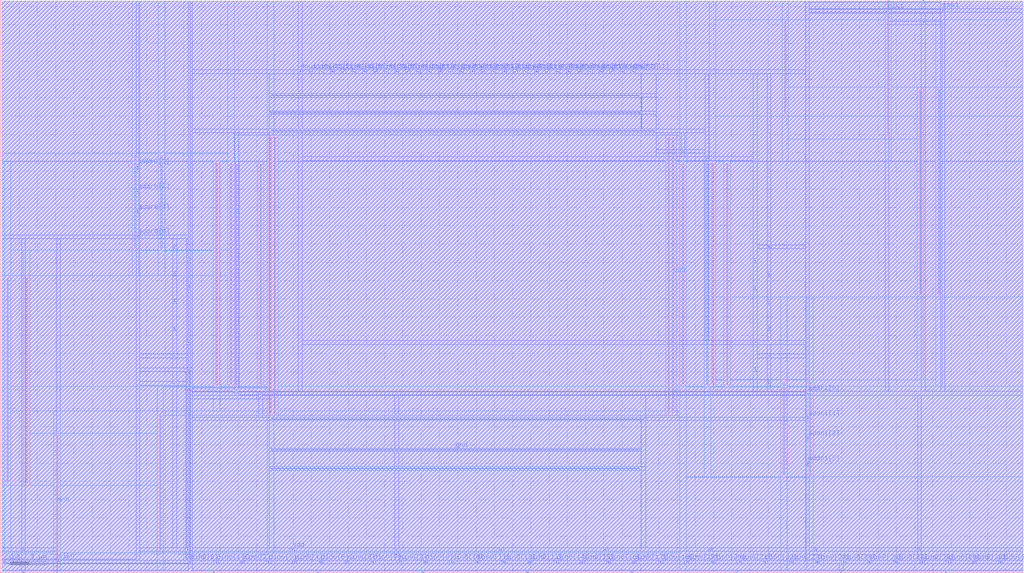
<source format=lef>
VERSION 5.4 ;
NAMESCASESENSITIVE ON ;
BUSBITCHARS "[]" ;
DIVIDERCHAR "/" ;
UNITS
  DATABASE MICRONS 2000 ;
END UNITS
MACRO freepdk45_sram_1w1r_16x32_32
   CLASS BLOCK ;
   SIZE 111.97 BY 62.75 ;
   SYMMETRY X Y R90 ;
   PIN din0[0]
      DIRECTION INPUT ;
      PORT
         LAYER metal3 ;
         RECT  20.665 1.1075 20.8 1.2425 ;
      END
   END din0[0]
   PIN din0[1]
      DIRECTION INPUT ;
      PORT
         LAYER metal3 ;
         RECT  23.525 1.1075 23.66 1.2425 ;
      END
   END din0[1]
   PIN din0[2]
      DIRECTION INPUT ;
      PORT
         LAYER metal3 ;
         RECT  26.385 1.1075 26.52 1.2425 ;
      END
   END din0[2]
   PIN din0[3]
      DIRECTION INPUT ;
      PORT
         LAYER metal3 ;
         RECT  29.245 1.1075 29.38 1.2425 ;
      END
   END din0[3]
   PIN din0[4]
      DIRECTION INPUT ;
      PORT
         LAYER metal3 ;
         RECT  32.105 1.1075 32.24 1.2425 ;
      END
   END din0[4]
   PIN din0[5]
      DIRECTION INPUT ;
      PORT
         LAYER metal3 ;
         RECT  34.965 1.1075 35.1 1.2425 ;
      END
   END din0[5]
   PIN din0[6]
      DIRECTION INPUT ;
      PORT
         LAYER metal3 ;
         RECT  37.825 1.1075 37.96 1.2425 ;
      END
   END din0[6]
   PIN din0[7]
      DIRECTION INPUT ;
      PORT
         LAYER metal3 ;
         RECT  40.685 1.1075 40.82 1.2425 ;
      END
   END din0[7]
   PIN din0[8]
      DIRECTION INPUT ;
      PORT
         LAYER metal3 ;
         RECT  43.545 1.1075 43.68 1.2425 ;
      END
   END din0[8]
   PIN din0[9]
      DIRECTION INPUT ;
      PORT
         LAYER metal3 ;
         RECT  46.405 1.1075 46.54 1.2425 ;
      END
   END din0[9]
   PIN din0[10]
      DIRECTION INPUT ;
      PORT
         LAYER metal3 ;
         RECT  49.265 1.1075 49.4 1.2425 ;
      END
   END din0[10]
   PIN din0[11]
      DIRECTION INPUT ;
      PORT
         LAYER metal3 ;
         RECT  52.125 1.1075 52.26 1.2425 ;
      END
   END din0[11]
   PIN din0[12]
      DIRECTION INPUT ;
      PORT
         LAYER metal3 ;
         RECT  54.985 1.1075 55.12 1.2425 ;
      END
   END din0[12]
   PIN din0[13]
      DIRECTION INPUT ;
      PORT
         LAYER metal3 ;
         RECT  57.845 1.1075 57.98 1.2425 ;
      END
   END din0[13]
   PIN din0[14]
      DIRECTION INPUT ;
      PORT
         LAYER metal3 ;
         RECT  60.705 1.1075 60.84 1.2425 ;
      END
   END din0[14]
   PIN din0[15]
      DIRECTION INPUT ;
      PORT
         LAYER metal3 ;
         RECT  63.565 1.1075 63.7 1.2425 ;
      END
   END din0[15]
   PIN din0[16]
      DIRECTION INPUT ;
      PORT
         LAYER metal3 ;
         RECT  66.425 1.1075 66.56 1.2425 ;
      END
   END din0[16]
   PIN din0[17]
      DIRECTION INPUT ;
      PORT
         LAYER metal3 ;
         RECT  69.285 1.1075 69.42 1.2425 ;
      END
   END din0[17]
   PIN din0[18]
      DIRECTION INPUT ;
      PORT
         LAYER metal3 ;
         RECT  72.145 1.1075 72.28 1.2425 ;
      END
   END din0[18]
   PIN din0[19]
      DIRECTION INPUT ;
      PORT
         LAYER metal3 ;
         RECT  75.005 1.1075 75.14 1.2425 ;
      END
   END din0[19]
   PIN din0[20]
      DIRECTION INPUT ;
      PORT
         LAYER metal3 ;
         RECT  77.865 1.1075 78.0 1.2425 ;
      END
   END din0[20]
   PIN din0[21]
      DIRECTION INPUT ;
      PORT
         LAYER metal3 ;
         RECT  80.725 1.1075 80.86 1.2425 ;
      END
   END din0[21]
   PIN din0[22]
      DIRECTION INPUT ;
      PORT
         LAYER metal3 ;
         RECT  83.585 1.1075 83.72 1.2425 ;
      END
   END din0[22]
   PIN din0[23]
      DIRECTION INPUT ;
      PORT
         LAYER metal3 ;
         RECT  86.445 1.1075 86.58 1.2425 ;
      END
   END din0[23]
   PIN din0[24]
      DIRECTION INPUT ;
      PORT
         LAYER metal3 ;
         RECT  89.305 1.1075 89.44 1.2425 ;
      END
   END din0[24]
   PIN din0[25]
      DIRECTION INPUT ;
      PORT
         LAYER metal3 ;
         RECT  92.165 1.1075 92.3 1.2425 ;
      END
   END din0[25]
   PIN din0[26]
      DIRECTION INPUT ;
      PORT
         LAYER metal3 ;
         RECT  95.025 1.1075 95.16 1.2425 ;
      END
   END din0[26]
   PIN din0[27]
      DIRECTION INPUT ;
      PORT
         LAYER metal3 ;
         RECT  97.885 1.1075 98.02 1.2425 ;
      END
   END din0[27]
   PIN din0[28]
      DIRECTION INPUT ;
      PORT
         LAYER metal3 ;
         RECT  100.745 1.1075 100.88 1.2425 ;
      END
   END din0[28]
   PIN din0[29]
      DIRECTION INPUT ;
      PORT
         LAYER metal3 ;
         RECT  103.605 1.1075 103.74 1.2425 ;
      END
   END din0[29]
   PIN din0[30]
      DIRECTION INPUT ;
      PORT
         LAYER metal3 ;
         RECT  106.465 1.1075 106.6 1.2425 ;
      END
   END din0[30]
   PIN din0[31]
      DIRECTION INPUT ;
      PORT
         LAYER metal3 ;
         RECT  109.325 1.1075 109.46 1.2425 ;
      END
   END din0[31]
   PIN addr0[0]
      DIRECTION INPUT ;
      PORT
         LAYER metal3 ;
         RECT  14.945 36.7275 15.08 36.8625 ;
      END
   END addr0[0]
   PIN addr0[1]
      DIRECTION INPUT ;
      PORT
         LAYER metal3 ;
         RECT  14.945 39.4575 15.08 39.5925 ;
      END
   END addr0[1]
   PIN addr0[2]
      DIRECTION INPUT ;
      PORT
         LAYER metal3 ;
         RECT  14.945 41.6675 15.08 41.8025 ;
      END
   END addr0[2]
   PIN addr0[3]
      DIRECTION INPUT ;
      PORT
         LAYER metal3 ;
         RECT  14.945 44.3975 15.08 44.5325 ;
      END
   END addr0[3]
   PIN addr1[0]
      DIRECTION INPUT ;
      PORT
         LAYER metal3 ;
         RECT  88.205 19.5675 88.34 19.7025 ;
      END
   END addr1[0]
   PIN addr1[1]
      DIRECTION INPUT ;
      PORT
         LAYER metal3 ;
         RECT  88.205 16.8375 88.34 16.9725 ;
      END
   END addr1[1]
   PIN addr1[2]
      DIRECTION INPUT ;
      PORT
         LAYER metal3 ;
         RECT  88.205 14.6275 88.34 14.7625 ;
      END
   END addr1[2]
   PIN addr1[3]
      DIRECTION INPUT ;
      PORT
         LAYER metal3 ;
         RECT  88.205 11.8975 88.34 12.0325 ;
      END
   END addr1[3]
   PIN csb0
      DIRECTION INPUT ;
      PORT
         LAYER metal3 ;
         RECT  0.285 1.1075 0.42 1.2425 ;
      END
   END csb0
   PIN csb1
      DIRECTION INPUT ;
      PORT
         LAYER metal3 ;
         RECT  103.005 61.5075 103.14 61.6425 ;
      END
   END csb1
   PIN clk0
      DIRECTION INPUT ;
      PORT
         LAYER metal3 ;
         RECT  6.2475 1.1925 6.3825 1.3275 ;
      END
   END clk0
   PIN clk1
      DIRECTION INPUT ;
      PORT
         LAYER metal3 ;
         RECT  96.9025 61.4225 97.0375 61.5575 ;
      END
   END clk1
   PIN dout1[0]
      DIRECTION OUTPUT ;
      PORT
         LAYER metal3 ;
         RECT  32.7125 54.8 32.8475 54.935 ;
      END
   END dout1[0]
   PIN dout1[1]
      DIRECTION OUTPUT ;
      PORT
         LAYER metal3 ;
         RECT  33.8875 54.8 34.0225 54.935 ;
      END
   END dout1[1]
   PIN dout1[2]
      DIRECTION OUTPUT ;
      PORT
         LAYER metal3 ;
         RECT  35.0625 54.8 35.1975 54.935 ;
      END
   END dout1[2]
   PIN dout1[3]
      DIRECTION OUTPUT ;
      PORT
         LAYER metal3 ;
         RECT  36.2375 54.8 36.3725 54.935 ;
      END
   END dout1[3]
   PIN dout1[4]
      DIRECTION OUTPUT ;
      PORT
         LAYER metal3 ;
         RECT  37.4125 54.8 37.5475 54.935 ;
      END
   END dout1[4]
   PIN dout1[5]
      DIRECTION OUTPUT ;
      PORT
         LAYER metal3 ;
         RECT  38.5875 54.8 38.7225 54.935 ;
      END
   END dout1[5]
   PIN dout1[6]
      DIRECTION OUTPUT ;
      PORT
         LAYER metal3 ;
         RECT  39.7625 54.8 39.8975 54.935 ;
      END
   END dout1[6]
   PIN dout1[7]
      DIRECTION OUTPUT ;
      PORT
         LAYER metal3 ;
         RECT  40.9375 54.8 41.0725 54.935 ;
      END
   END dout1[7]
   PIN dout1[8]
      DIRECTION OUTPUT ;
      PORT
         LAYER metal3 ;
         RECT  42.1125 54.8 42.2475 54.935 ;
      END
   END dout1[8]
   PIN dout1[9]
      DIRECTION OUTPUT ;
      PORT
         LAYER metal3 ;
         RECT  43.2875 54.8 43.4225 54.935 ;
      END
   END dout1[9]
   PIN dout1[10]
      DIRECTION OUTPUT ;
      PORT
         LAYER metal3 ;
         RECT  44.4625 54.8 44.5975 54.935 ;
      END
   END dout1[10]
   PIN dout1[11]
      DIRECTION OUTPUT ;
      PORT
         LAYER metal3 ;
         RECT  45.6375 54.8 45.7725 54.935 ;
      END
   END dout1[11]
   PIN dout1[12]
      DIRECTION OUTPUT ;
      PORT
         LAYER metal3 ;
         RECT  46.8125 54.8 46.9475 54.935 ;
      END
   END dout1[12]
   PIN dout1[13]
      DIRECTION OUTPUT ;
      PORT
         LAYER metal3 ;
         RECT  47.9875 54.8 48.1225 54.935 ;
      END
   END dout1[13]
   PIN dout1[14]
      DIRECTION OUTPUT ;
      PORT
         LAYER metal3 ;
         RECT  49.1625 54.8 49.2975 54.935 ;
      END
   END dout1[14]
   PIN dout1[15]
      DIRECTION OUTPUT ;
      PORT
         LAYER metal3 ;
         RECT  50.3375 54.8 50.4725 54.935 ;
      END
   END dout1[15]
   PIN dout1[16]
      DIRECTION OUTPUT ;
      PORT
         LAYER metal3 ;
         RECT  51.5125 54.8 51.6475 54.935 ;
      END
   END dout1[16]
   PIN dout1[17]
      DIRECTION OUTPUT ;
      PORT
         LAYER metal3 ;
         RECT  52.6875 54.8 52.8225 54.935 ;
      END
   END dout1[17]
   PIN dout1[18]
      DIRECTION OUTPUT ;
      PORT
         LAYER metal3 ;
         RECT  53.8625 54.8 53.9975 54.935 ;
      END
   END dout1[18]
   PIN dout1[19]
      DIRECTION OUTPUT ;
      PORT
         LAYER metal3 ;
         RECT  55.0375 54.8 55.1725 54.935 ;
      END
   END dout1[19]
   PIN dout1[20]
      DIRECTION OUTPUT ;
      PORT
         LAYER metal3 ;
         RECT  56.2125 54.8 56.3475 54.935 ;
      END
   END dout1[20]
   PIN dout1[21]
      DIRECTION OUTPUT ;
      PORT
         LAYER metal3 ;
         RECT  57.3875 54.8 57.5225 54.935 ;
      END
   END dout1[21]
   PIN dout1[22]
      DIRECTION OUTPUT ;
      PORT
         LAYER metal3 ;
         RECT  58.5625 54.8 58.6975 54.935 ;
      END
   END dout1[22]
   PIN dout1[23]
      DIRECTION OUTPUT ;
      PORT
         LAYER metal3 ;
         RECT  59.7375 54.8 59.8725 54.935 ;
      END
   END dout1[23]
   PIN dout1[24]
      DIRECTION OUTPUT ;
      PORT
         LAYER metal3 ;
         RECT  60.9125 54.8 61.0475 54.935 ;
      END
   END dout1[24]
   PIN dout1[25]
      DIRECTION OUTPUT ;
      PORT
         LAYER metal3 ;
         RECT  62.0875 54.8 62.2225 54.935 ;
      END
   END dout1[25]
   PIN dout1[26]
      DIRECTION OUTPUT ;
      PORT
         LAYER metal3 ;
         RECT  63.2625 54.8 63.3975 54.935 ;
      END
   END dout1[26]
   PIN dout1[27]
      DIRECTION OUTPUT ;
      PORT
         LAYER metal3 ;
         RECT  64.4375 54.8 64.5725 54.935 ;
      END
   END dout1[27]
   PIN dout1[28]
      DIRECTION OUTPUT ;
      PORT
         LAYER metal3 ;
         RECT  65.6125 54.8 65.7475 54.935 ;
      END
   END dout1[28]
   PIN dout1[29]
      DIRECTION OUTPUT ;
      PORT
         LAYER metal3 ;
         RECT  66.7875 54.8 66.9225 54.935 ;
      END
   END dout1[29]
   PIN dout1[30]
      DIRECTION OUTPUT ;
      PORT
         LAYER metal3 ;
         RECT  67.9625 54.8 68.0975 54.935 ;
      END
   END dout1[30]
   PIN dout1[31]
      DIRECTION OUTPUT ;
      PORT
         LAYER metal3 ;
         RECT  69.1375 54.8 69.2725 54.935 ;
      END
   END dout1[31]
   PIN vdd
      DIRECTION INOUT ;
      USE POWER ; 
      SHAPE ABUTMENT ; 
      PORT
         LAYER metal3 ;
         RECT  82.4725 25.1575 82.6075 25.2925 ;
         LAYER metal3 ;
         RECT  77.205 45.3 77.34 45.435 ;
         LAYER metal3 ;
         RECT  29.5275 48.345 71.5875 48.415 ;
         LAYER metal3 ;
         RECT  43.2625 2.4725 43.3975 2.6075 ;
         LAYER metal3 ;
         RECT  66.1425 2.4725 66.2775 2.6075 ;
         LAYER metal4 ;
         RECT  74.57 20.67 74.71 44.73 ;
         LAYER metal3 ;
         RECT  82.4725 22.1675 82.6075 22.3025 ;
         LAYER metal3 ;
         RECT  20.4825 22.1675 20.6175 22.3025 ;
         LAYER metal4 ;
         RECT  17.38 2.47 17.52 17.43 ;
         LAYER metal4 ;
         RECT  25.13 20.67 25.27 44.8 ;
         LAYER metal3 ;
         RECT  54.7025 2.4725 54.8375 2.6075 ;
         LAYER metal3 ;
         RECT  82.4725 34.1275 82.6075 34.2625 ;
         LAYER metal3 ;
         RECT  74.5725 46.0875 74.7075 46.2225 ;
         LAYER metal3 ;
         RECT  20.4825 34.1275 20.6175 34.2625 ;
         LAYER metal3 ;
         RECT  100.4625 2.4725 100.5975 2.6075 ;
         LAYER metal4 ;
         RECT  0.6875 9.8475 0.8275 32.25 ;
         LAYER metal3 ;
         RECT  20.4825 31.1375 20.6175 31.2725 ;
         LAYER metal3 ;
         RECT  25.75 19.965 25.885 20.1 ;
         LAYER metal3 ;
         RECT  20.4825 25.1575 20.6175 25.2925 ;
         LAYER metal3 ;
         RECT  29.5275 52.2425 69.9425 52.3125 ;
         LAYER metal3 ;
         RECT  29.5275 16.805 70.4125 16.875 ;
         LAYER metal4 ;
         RECT  77.82 20.67 77.96 44.8 ;
         LAYER metal3 ;
         RECT  89.0225 2.4725 89.1575 2.6075 ;
         LAYER metal4 ;
         RECT  85.765 50.26 85.905 60.28 ;
         LAYER metal3 ;
         RECT  20.3825 2.4725 20.5175 2.6075 ;
         LAYER metal3 ;
         RECT  77.5825 2.4725 77.7175 2.6075 ;
         LAYER metal3 ;
         RECT  29.5275 11.37 69.9425 11.44 ;
         LAYER metal4 ;
         RECT  28.38 20.67 28.52 44.73 ;
         LAYER metal4 ;
         RECT  29.46 17.5 29.6 47.65 ;
         LAYER metal3 ;
         RECT  82.4725 31.1375 82.6075 31.2725 ;
         LAYER metal3 ;
         RECT  2.425 2.4725 2.56 2.6075 ;
         LAYER metal3 ;
         RECT  100.865 60.1425 101.0 60.2775 ;
         LAYER metal4 ;
         RECT  102.5975 30.5 102.7375 52.9025 ;
         LAYER metal4 ;
         RECT  14.66 35.62 14.8 45.64 ;
         LAYER metal4 ;
         RECT  88.485 10.79 88.625 20.81 ;
         LAYER metal3 ;
         RECT  28.3825 19.1775 28.5175 19.3125 ;
         LAYER metal4 ;
         RECT  73.49 17.5 73.63 47.65 ;
         LAYER metal3 ;
         RECT  31.8225 2.4725 31.9575 2.6075 ;
      END
   END vdd
   PIN gnd
      DIRECTION INOUT ;
      USE GROUND ; 
      SHAPE ABUTMENT ; 
      PORT
         LAYER metal3 ;
         RECT  91.8825 0.0025 92.0175 0.1375 ;
         LAYER metal3 ;
         RECT  69.0025 0.0025 69.1375 0.1375 ;
         LAYER metal4 ;
         RECT  100.535 30.4675 100.675 52.87 ;
         LAYER metal3 ;
         RECT  23.2425 0.0025 23.3775 0.1375 ;
         LAYER metal4 ;
         RECT  23.54 20.6375 23.68 44.8 ;
         LAYER metal3 ;
         RECT  84.0 23.6625 84.135 23.7975 ;
         LAYER metal4 ;
         RECT  77.26 20.6375 77.4 44.7625 ;
         LAYER metal4 ;
         RECT  73.03 17.5 73.17 47.65 ;
         LAYER metal3 ;
         RECT  84.0 35.6225 84.135 35.7575 ;
         LAYER metal3 ;
         RECT  18.955 23.6625 19.09 23.7975 ;
         LAYER metal3 ;
         RECT  100.865 62.6125 101.0 62.7475 ;
         LAYER metal3 ;
         RECT  84.0 26.6525 84.135 26.7875 ;
         LAYER metal3 ;
         RECT  18.955 26.6525 19.09 26.7875 ;
         LAYER metal3 ;
         RECT  2.425 0.0025 2.56 0.1375 ;
         LAYER metal3 ;
         RECT  18.955 29.6425 19.09 29.7775 ;
         LAYER metal3 ;
         RECT  29.5275 50.35 69.9775 50.42 ;
         LAYER metal3 ;
         RECT  84.0 29.6425 84.135 29.7775 ;
         LAYER metal4 ;
         RECT  85.625 10.725 85.765 20.875 ;
         LAYER metal4 ;
         RECT  97.04 47.79 97.18 62.75 ;
         LAYER metal4 ;
         RECT  17.52 35.555 17.66 45.705 ;
         LAYER metal3 ;
         RECT  57.5625 0.0025 57.6975 0.1375 ;
         LAYER metal3 ;
         RECT  46.1225 0.0025 46.2575 0.1375 ;
         LAYER metal3 ;
         RECT  84.0 20.6725 84.135 20.8075 ;
         LAYER metal3 ;
         RECT  18.955 32.6325 19.09 32.7675 ;
         LAYER metal3 ;
         RECT  84.0 32.6325 84.135 32.7675 ;
         LAYER metal4 ;
         RECT  25.69 20.6375 25.83 44.7625 ;
         LAYER metal4 ;
         RECT  2.75 9.88 2.89 32.2825 ;
         LAYER metal3 ;
         RECT  103.3225 0.0025 103.4575 0.1375 ;
         LAYER metal3 ;
         RECT  80.4425 0.0025 80.5775 0.1375 ;
         LAYER metal3 ;
         RECT  18.955 20.6725 19.09 20.8075 ;
         LAYER metal4 ;
         RECT  79.41 20.6375 79.55 44.8 ;
         LAYER metal4 ;
         RECT  29.92 17.5 30.06 47.65 ;
         LAYER metal3 ;
         RECT  18.955 35.6225 19.09 35.7575 ;
         LAYER metal4 ;
         RECT  6.105 0.0 6.245 14.96 ;
         LAYER metal3 ;
         RECT  34.6825 0.0025 34.8175 0.1375 ;
         LAYER metal3 ;
         RECT  29.5275 13.42 69.9425 13.49 ;
      END
   END gnd
   OBS
   LAYER  metal1 ;
      RECT  0.14 0.14 111.83 62.61 ;
   LAYER  metal2 ;
      RECT  0.14 0.14 111.83 62.61 ;
   LAYER  metal3 ;
      RECT  20.525 0.14 20.94 0.9675 ;
      RECT  20.94 0.9675 23.385 1.3825 ;
      RECT  23.8 0.9675 26.245 1.3825 ;
      RECT  26.66 0.9675 29.105 1.3825 ;
      RECT  29.52 0.9675 31.965 1.3825 ;
      RECT  32.38 0.9675 34.825 1.3825 ;
      RECT  35.24 0.9675 37.685 1.3825 ;
      RECT  38.1 0.9675 40.545 1.3825 ;
      RECT  40.96 0.9675 43.405 1.3825 ;
      RECT  43.82 0.9675 46.265 1.3825 ;
      RECT  46.68 0.9675 49.125 1.3825 ;
      RECT  49.54 0.9675 51.985 1.3825 ;
      RECT  52.4 0.9675 54.845 1.3825 ;
      RECT  55.26 0.9675 57.705 1.3825 ;
      RECT  58.12 0.9675 60.565 1.3825 ;
      RECT  60.98 0.9675 63.425 1.3825 ;
      RECT  63.84 0.9675 66.285 1.3825 ;
      RECT  66.7 0.9675 69.145 1.3825 ;
      RECT  69.56 0.9675 72.005 1.3825 ;
      RECT  72.42 0.9675 74.865 1.3825 ;
      RECT  75.28 0.9675 77.725 1.3825 ;
      RECT  78.14 0.9675 80.585 1.3825 ;
      RECT  81.0 0.9675 83.445 1.3825 ;
      RECT  83.86 0.9675 86.305 1.3825 ;
      RECT  86.72 0.9675 89.165 1.3825 ;
      RECT  89.58 0.9675 92.025 1.3825 ;
      RECT  92.44 0.9675 94.885 1.3825 ;
      RECT  95.3 0.9675 97.745 1.3825 ;
      RECT  98.16 0.9675 100.605 1.3825 ;
      RECT  101.02 0.9675 103.465 1.3825 ;
      RECT  103.88 0.9675 106.325 1.3825 ;
      RECT  106.74 0.9675 109.185 1.3825 ;
      RECT  109.6 0.9675 111.83 1.3825 ;
      RECT  0.14 36.5875 14.805 37.0025 ;
      RECT  0.14 37.0025 14.805 62.61 ;
      RECT  14.805 1.3825 15.22 36.5875 ;
      RECT  15.22 36.5875 20.525 37.0025 ;
      RECT  15.22 37.0025 20.525 62.61 ;
      RECT  14.805 37.0025 15.22 39.3175 ;
      RECT  14.805 39.7325 15.22 41.5275 ;
      RECT  14.805 41.9425 15.22 44.2575 ;
      RECT  14.805 44.6725 15.22 62.61 ;
      RECT  88.065 19.8425 88.48 62.61 ;
      RECT  88.48 19.4275 111.83 19.8425 ;
      RECT  88.065 17.1125 88.48 19.4275 ;
      RECT  88.065 14.9025 88.48 16.6975 ;
      RECT  88.065 1.3825 88.48 11.7575 ;
      RECT  88.065 12.1725 88.48 14.4875 ;
      RECT  0.14 0.9675 0.145 1.3825 ;
      RECT  102.865 19.8425 103.28 61.3675 ;
      RECT  102.865 61.7825 103.28 62.61 ;
      RECT  103.28 19.8425 111.83 61.3675 ;
      RECT  103.28 61.3675 111.83 61.7825 ;
      RECT  103.28 61.7825 111.83 62.61 ;
      RECT  0.14 1.3825 6.1075 1.4675 ;
      RECT  6.1075 1.4675 6.5225 36.5875 ;
      RECT  6.5225 1.3825 14.805 1.4675 ;
      RECT  6.5225 1.4675 14.805 36.5875 ;
      RECT  0.56 0.9675 6.1075 1.0525 ;
      RECT  0.56 1.0525 6.1075 1.3825 ;
      RECT  6.1075 0.9675 6.5225 1.0525 ;
      RECT  6.5225 0.9675 20.525 1.0525 ;
      RECT  6.5225 1.0525 20.525 1.3825 ;
      RECT  88.48 19.8425 96.7625 61.2825 ;
      RECT  88.48 61.2825 96.7625 61.3675 ;
      RECT  96.7625 19.8425 97.1775 61.2825 ;
      RECT  97.1775 61.2825 102.865 61.3675 ;
      RECT  88.48 61.3675 96.7625 61.6975 ;
      RECT  88.48 61.6975 96.7625 61.7825 ;
      RECT  96.7625 61.6975 97.1775 61.7825 ;
      RECT  97.1775 61.3675 102.865 61.6975 ;
      RECT  97.1775 61.6975 102.865 61.7825 ;
      RECT  20.94 54.66 32.5725 55.075 ;
      RECT  20.94 55.075 32.5725 62.61 ;
      RECT  32.5725 55.075 32.9875 62.61 ;
      RECT  32.9875 55.075 88.065 62.61 ;
      RECT  32.9875 54.66 33.7475 55.075 ;
      RECT  34.1625 54.66 34.9225 55.075 ;
      RECT  35.3375 54.66 36.0975 55.075 ;
      RECT  36.5125 54.66 37.2725 55.075 ;
      RECT  37.6875 54.66 38.4475 55.075 ;
      RECT  38.8625 54.66 39.6225 55.075 ;
      RECT  40.0375 54.66 40.7975 55.075 ;
      RECT  41.2125 54.66 41.9725 55.075 ;
      RECT  42.3875 54.66 43.1475 55.075 ;
      RECT  43.5625 54.66 44.3225 55.075 ;
      RECT  44.7375 54.66 45.4975 55.075 ;
      RECT  45.9125 54.66 46.6725 55.075 ;
      RECT  47.0875 54.66 47.8475 55.075 ;
      RECT  48.2625 54.66 49.0225 55.075 ;
      RECT  49.4375 54.66 50.1975 55.075 ;
      RECT  50.6125 54.66 51.3725 55.075 ;
      RECT  51.7875 54.66 52.5475 55.075 ;
      RECT  52.9625 54.66 53.7225 55.075 ;
      RECT  54.1375 54.66 54.8975 55.075 ;
      RECT  55.3125 54.66 56.0725 55.075 ;
      RECT  56.4875 54.66 57.2475 55.075 ;
      RECT  57.6625 54.66 58.4225 55.075 ;
      RECT  58.8375 54.66 59.5975 55.075 ;
      RECT  60.0125 54.66 60.7725 55.075 ;
      RECT  61.1875 54.66 61.9475 55.075 ;
      RECT  62.3625 54.66 63.1225 55.075 ;
      RECT  63.5375 54.66 64.2975 55.075 ;
      RECT  64.7125 54.66 65.4725 55.075 ;
      RECT  65.8875 54.66 66.6475 55.075 ;
      RECT  67.0625 54.66 67.8225 55.075 ;
      RECT  68.2375 54.66 68.9975 55.075 ;
      RECT  69.4125 54.66 88.065 55.075 ;
      RECT  32.9875 19.8425 82.3325 25.0175 ;
      RECT  32.9875 25.0175 82.3325 25.4325 ;
      RECT  82.7475 25.0175 88.065 25.4325 ;
      RECT  32.9875 25.4325 77.065 45.16 ;
      RECT  32.9875 45.16 77.065 45.575 ;
      RECT  77.065 25.4325 77.48 45.16 ;
      RECT  77.065 45.575 77.48 54.66 ;
      RECT  77.48 25.4325 82.3325 45.16 ;
      RECT  77.48 45.16 82.3325 45.575 ;
      RECT  77.48 45.575 82.3325 54.66 ;
      RECT  20.94 48.205 29.3875 48.555 ;
      RECT  20.94 48.555 29.3875 54.66 ;
      RECT  29.3875 19.8425 32.5725 48.205 ;
      RECT  32.5725 19.8425 32.9875 48.205 ;
      RECT  32.9875 45.575 71.7275 48.205 ;
      RECT  71.7275 48.205 77.065 48.555 ;
      RECT  71.7275 48.555 77.065 54.66 ;
      RECT  20.94 1.3825 43.1225 2.3325 ;
      RECT  43.1225 1.3825 43.5375 2.3325 ;
      RECT  43.5375 1.3825 88.065 2.3325 ;
      RECT  82.3325 19.8425 82.7475 22.0275 ;
      RECT  82.3325 22.4425 82.7475 25.0175 ;
      RECT  20.7575 1.3825 20.94 22.0275 ;
      RECT  20.7575 22.0275 20.94 22.4425 ;
      RECT  20.7575 22.4425 20.94 62.61 ;
      RECT  15.22 22.0275 20.3425 22.4425 ;
      RECT  43.5375 2.3325 54.5625 2.7475 ;
      RECT  54.9775 2.3325 66.0025 2.7475 ;
      RECT  82.3325 34.4025 82.7475 54.66 ;
      RECT  71.7275 45.575 74.4325 45.9475 ;
      RECT  71.7275 45.9475 74.4325 46.3625 ;
      RECT  71.7275 46.3625 74.4325 48.205 ;
      RECT  74.4325 45.575 74.8475 45.9475 ;
      RECT  74.4325 46.3625 74.8475 48.205 ;
      RECT  74.8475 45.575 77.065 45.9475 ;
      RECT  74.8475 45.9475 77.065 46.3625 ;
      RECT  74.8475 46.3625 77.065 48.205 ;
      RECT  20.525 34.4025 20.7575 62.61 ;
      RECT  20.3425 34.4025 20.525 36.5875 ;
      RECT  88.48 1.3825 100.3225 2.3325 ;
      RECT  88.48 2.7475 100.3225 19.4275 ;
      RECT  100.3225 1.3825 100.7375 2.3325 ;
      RECT  100.3225 2.7475 100.7375 19.4275 ;
      RECT  100.7375 1.3825 111.83 2.3325 ;
      RECT  100.7375 2.3325 111.83 2.7475 ;
      RECT  100.7375 2.7475 111.83 19.4275 ;
      RECT  20.525 31.4125 20.7575 33.9875 ;
      RECT  20.3425 31.4125 20.525 33.9875 ;
      RECT  20.94 19.4275 25.61 19.825 ;
      RECT  20.94 19.825 25.61 19.8425 ;
      RECT  25.61 19.4275 26.025 19.825 ;
      RECT  26.025 19.825 88.065 19.8425 ;
      RECT  20.94 19.8425 25.61 20.24 ;
      RECT  20.94 20.24 25.61 48.205 ;
      RECT  25.61 20.24 26.025 48.205 ;
      RECT  26.025 19.8425 29.3875 20.24 ;
      RECT  26.025 20.24 29.3875 48.205 ;
      RECT  20.525 22.4425 20.7575 25.0175 ;
      RECT  20.525 25.4325 20.7575 30.9975 ;
      RECT  20.3425 22.4425 20.525 25.0175 ;
      RECT  20.3425 25.4325 20.525 30.9975 ;
      RECT  29.3875 52.4525 32.5725 54.66 ;
      RECT  32.5725 52.4525 32.9875 54.66 ;
      RECT  32.9875 52.4525 70.0825 54.66 ;
      RECT  70.0825 52.1025 71.7275 52.4525 ;
      RECT  70.0825 52.4525 71.7275 54.66 ;
      RECT  20.94 2.7475 29.3875 16.665 ;
      RECT  20.94 16.665 29.3875 17.015 ;
      RECT  29.3875 17.015 43.1225 19.4275 ;
      RECT  43.1225 17.015 43.5375 19.4275 ;
      RECT  43.5375 17.015 70.5525 19.4275 ;
      RECT  70.5525 2.7475 88.065 16.665 ;
      RECT  70.5525 16.665 88.065 17.015 ;
      RECT  70.5525 17.015 88.065 19.4275 ;
      RECT  88.48 2.3325 88.8825 2.7475 ;
      RECT  89.2975 2.3325 100.3225 2.7475 ;
      RECT  20.525 1.3825 20.6575 2.3325 ;
      RECT  20.525 2.7475 20.6575 22.0275 ;
      RECT  20.6575 1.3825 20.7575 2.3325 ;
      RECT  20.6575 2.3325 20.7575 2.7475 ;
      RECT  20.6575 2.7475 20.7575 22.0275 ;
      RECT  15.22 1.3825 20.2425 2.3325 ;
      RECT  15.22 2.3325 20.2425 2.7475 ;
      RECT  20.2425 1.3825 20.3425 2.3325 ;
      RECT  20.2425 2.7475 20.3425 22.0275 ;
      RECT  20.3425 1.3825 20.525 2.3325 ;
      RECT  20.3425 2.7475 20.525 22.0275 ;
      RECT  66.4175 2.3325 77.4425 2.7475 ;
      RECT  77.8575 2.3325 88.065 2.7475 ;
      RECT  29.3875 2.7475 43.1225 11.23 ;
      RECT  43.1225 2.7475 43.5375 11.23 ;
      RECT  43.5375 2.7475 70.0825 11.23 ;
      RECT  70.0825 2.7475 70.5525 11.23 ;
      RECT  70.0825 11.23 70.5525 11.58 ;
      RECT  70.0825 11.58 70.5525 16.665 ;
      RECT  82.3325 25.4325 82.7475 30.9975 ;
      RECT  82.3325 31.4125 82.7475 33.9875 ;
      RECT  0.14 1.4675 2.285 2.3325 ;
      RECT  0.14 2.3325 2.285 2.7475 ;
      RECT  0.14 2.7475 2.285 36.5875 ;
      RECT  2.285 1.4675 2.7 2.3325 ;
      RECT  2.285 2.7475 2.7 36.5875 ;
      RECT  2.7 1.4675 6.1075 2.3325 ;
      RECT  2.7 2.3325 6.1075 2.7475 ;
      RECT  2.7 2.7475 6.1075 36.5875 ;
      RECT  97.1775 19.8425 100.725 60.0025 ;
      RECT  97.1775 60.0025 100.725 60.4175 ;
      RECT  97.1775 60.4175 100.725 61.2825 ;
      RECT  100.725 19.8425 101.14 60.0025 ;
      RECT  100.725 60.4175 101.14 61.2825 ;
      RECT  101.14 19.8425 102.865 60.0025 ;
      RECT  101.14 60.0025 102.865 60.4175 ;
      RECT  101.14 60.4175 102.865 61.2825 ;
      RECT  26.025 19.4275 28.2425 19.4525 ;
      RECT  26.025 19.4525 28.2425 19.825 ;
      RECT  28.2425 19.4525 28.6575 19.825 ;
      RECT  28.6575 19.4275 88.065 19.4525 ;
      RECT  28.6575 19.4525 88.065 19.825 ;
      RECT  20.94 17.015 28.2425 19.0375 ;
      RECT  20.94 19.0375 28.2425 19.4275 ;
      RECT  28.2425 17.015 28.6575 19.0375 ;
      RECT  28.6575 17.015 29.3875 19.0375 ;
      RECT  28.6575 19.0375 29.3875 19.4275 ;
      RECT  20.94 2.3325 31.6825 2.7475 ;
      RECT  32.0975 2.3325 43.1225 2.7475 ;
      RECT  20.94 0.2775 91.7425 0.9675 ;
      RECT  91.7425 0.2775 92.1575 0.9675 ;
      RECT  92.1575 0.2775 111.83 0.9675 ;
      RECT  20.94 0.14 23.1025 0.2775 ;
      RECT  82.7475 19.8425 83.86 23.5225 ;
      RECT  82.7475 23.5225 83.86 23.9375 ;
      RECT  82.7475 23.9375 83.86 25.0175 ;
      RECT  83.86 23.9375 84.275 25.0175 ;
      RECT  84.275 19.8425 88.065 23.5225 ;
      RECT  84.275 23.5225 88.065 23.9375 ;
      RECT  84.275 23.9375 88.065 25.0175 ;
      RECT  82.7475 25.4325 83.86 35.4825 ;
      RECT  82.7475 35.4825 83.86 35.8975 ;
      RECT  82.7475 35.8975 83.86 54.66 ;
      RECT  83.86 35.8975 84.275 54.66 ;
      RECT  84.275 25.4325 88.065 35.4825 ;
      RECT  84.275 35.4825 88.065 35.8975 ;
      RECT  84.275 35.8975 88.065 54.66 ;
      RECT  15.22 22.4425 18.815 23.5225 ;
      RECT  15.22 23.5225 18.815 23.9375 ;
      RECT  15.22 23.9375 18.815 36.5875 ;
      RECT  18.815 22.4425 19.23 23.5225 ;
      RECT  19.23 22.4425 20.3425 23.5225 ;
      RECT  19.23 23.5225 20.3425 23.9375 ;
      RECT  19.23 23.9375 20.3425 36.5875 ;
      RECT  88.48 61.7825 100.725 62.4725 ;
      RECT  88.48 62.4725 100.725 62.61 ;
      RECT  100.725 61.7825 101.14 62.4725 ;
      RECT  101.14 61.7825 102.865 62.4725 ;
      RECT  101.14 62.4725 102.865 62.61 ;
      RECT  83.86 25.4325 84.275 26.5125 ;
      RECT  18.815 23.9375 19.23 26.5125 ;
      RECT  0.14 0.14 2.285 0.2775 ;
      RECT  0.14 0.2775 2.285 0.9675 ;
      RECT  2.285 0.2775 2.7 0.9675 ;
      RECT  2.7 0.14 20.525 0.2775 ;
      RECT  2.7 0.2775 20.525 0.9675 ;
      RECT  18.815 26.9275 19.23 29.5025 ;
      RECT  29.3875 48.555 32.5725 50.21 ;
      RECT  29.3875 50.56 32.5725 52.1025 ;
      RECT  32.5725 48.555 32.9875 50.21 ;
      RECT  32.5725 50.56 32.9875 52.1025 ;
      RECT  32.9875 48.555 70.0825 50.21 ;
      RECT  32.9875 50.56 70.0825 52.1025 ;
      RECT  70.0825 48.555 70.1175 50.21 ;
      RECT  70.0825 50.56 70.1175 52.1025 ;
      RECT  70.1175 48.555 71.7275 50.21 ;
      RECT  70.1175 50.21 71.7275 50.56 ;
      RECT  70.1175 50.56 71.7275 52.1025 ;
      RECT  83.86 26.9275 84.275 29.5025 ;
      RECT  57.8375 0.14 68.8625 0.2775 ;
      RECT  46.3975 0.14 57.4225 0.2775 ;
      RECT  83.86 19.8425 84.275 20.5325 ;
      RECT  83.86 20.9475 84.275 23.5225 ;
      RECT  18.815 29.9175 19.23 32.4925 ;
      RECT  83.86 29.9175 84.275 32.4925 ;
      RECT  83.86 32.9075 84.275 35.4825 ;
      RECT  92.1575 0.14 103.1825 0.2775 ;
      RECT  103.5975 0.14 111.83 0.2775 ;
      RECT  69.2775 0.14 80.3025 0.2775 ;
      RECT  80.7175 0.14 91.7425 0.2775 ;
      RECT  15.22 2.7475 18.815 20.5325 ;
      RECT  15.22 20.5325 18.815 20.9475 ;
      RECT  15.22 20.9475 18.815 22.0275 ;
      RECT  18.815 2.7475 19.23 20.5325 ;
      RECT  18.815 20.9475 19.23 22.0275 ;
      RECT  19.23 2.7475 20.2425 20.5325 ;
      RECT  19.23 20.5325 20.2425 20.9475 ;
      RECT  19.23 20.9475 20.2425 22.0275 ;
      RECT  18.815 32.9075 19.23 35.4825 ;
      RECT  18.815 35.8975 19.23 36.5875 ;
      RECT  23.5175 0.14 34.5425 0.2775 ;
      RECT  34.9575 0.14 45.9825 0.2775 ;
      RECT  29.3875 11.58 43.1225 13.28 ;
      RECT  29.3875 13.63 43.1225 16.665 ;
      RECT  43.1225 11.58 43.5375 13.28 ;
      RECT  43.1225 13.63 43.5375 16.665 ;
      RECT  43.5375 11.58 70.0825 13.28 ;
      RECT  43.5375 13.63 70.0825 16.665 ;
   LAYER  metal4 ;
      RECT  74.29 0.14 74.99 20.39 ;
      RECT  74.29 45.01 74.99 62.61 ;
      RECT  17.1 0.14 17.8 2.19 ;
      RECT  17.1 17.71 17.8 20.39 ;
      RECT  17.8 0.14 74.29 2.19 ;
      RECT  24.85 45.08 25.55 62.61 ;
      RECT  0.14 2.19 0.4075 9.5675 ;
      RECT  0.14 9.5675 0.4075 17.71 ;
      RECT  0.4075 2.19 1.1075 9.5675 ;
      RECT  0.14 17.71 0.4075 20.39 ;
      RECT  0.14 20.39 0.4075 32.53 ;
      RECT  0.14 32.53 0.4075 45.01 ;
      RECT  0.4075 32.53 1.1075 45.01 ;
      RECT  74.99 45.08 77.54 62.61 ;
      RECT  77.54 45.08 78.24 62.61 ;
      RECT  78.24 45.08 85.485 49.98 ;
      RECT  78.24 49.98 85.485 60.56 ;
      RECT  78.24 60.56 85.485 62.61 ;
      RECT  85.485 45.08 86.185 49.98 ;
      RECT  85.485 60.56 86.185 62.61 ;
      RECT  17.8 2.19 29.18 17.22 ;
      RECT  17.8 17.22 29.18 17.71 ;
      RECT  29.18 2.19 29.88 17.22 ;
      RECT  29.88 2.19 74.29 17.22 ;
      RECT  25.55 45.08 29.18 47.93 ;
      RECT  25.55 47.93 29.18 62.61 ;
      RECT  29.18 47.93 29.88 62.61 ;
      RECT  29.88 47.93 74.29 62.61 ;
      RECT  28.8 20.39 29.18 45.01 ;
      RECT  102.3175 20.39 103.0175 30.22 ;
      RECT  103.0175 20.39 111.83 30.22 ;
      RECT  103.0175 30.22 111.83 45.01 ;
      RECT  103.0175 45.01 111.83 45.08 ;
      RECT  103.0175 45.08 111.83 49.98 ;
      RECT  102.3175 53.1825 103.0175 60.56 ;
      RECT  103.0175 49.98 111.83 53.1825 ;
      RECT  103.0175 53.1825 111.83 60.56 ;
      RECT  0.14 45.01 14.38 45.08 ;
      RECT  0.14 45.08 14.38 45.92 ;
      RECT  0.14 45.92 14.38 62.61 ;
      RECT  14.38 45.92 15.08 62.61 ;
      RECT  1.1075 35.34 14.38 45.01 ;
      RECT  14.38 32.53 15.08 35.34 ;
      RECT  88.205 0.14 88.905 10.51 ;
      RECT  88.905 0.14 111.83 10.51 ;
      RECT  88.905 10.51 111.83 20.39 ;
      RECT  88.205 21.09 88.905 30.22 ;
      RECT  88.905 20.39 102.3175 21.09 ;
      RECT  73.91 17.22 74.29 17.71 ;
      RECT  73.91 17.71 74.29 20.39 ;
      RECT  73.91 45.01 74.29 45.08 ;
      RECT  73.91 45.08 74.29 47.93 ;
      RECT  73.91 20.39 74.29 45.01 ;
      RECT  100.955 30.22 102.3175 45.01 ;
      RECT  100.955 45.01 102.3175 45.08 ;
      RECT  100.955 45.08 102.3175 49.98 ;
      RECT  100.255 53.15 100.955 53.1825 ;
      RECT  100.955 49.98 102.3175 53.15 ;
      RECT  100.955 53.15 102.3175 53.1825 ;
      RECT  88.905 21.09 100.255 30.1875 ;
      RECT  88.905 30.1875 100.255 30.22 ;
      RECT  100.255 21.09 100.955 30.1875 ;
      RECT  100.955 21.09 102.3175 30.1875 ;
      RECT  100.955 30.1875 102.3175 30.22 ;
      RECT  23.96 20.39 24.85 32.53 ;
      RECT  17.8 17.71 23.26 20.3575 ;
      RECT  17.8 20.3575 23.26 20.39 ;
      RECT  23.26 17.71 23.96 20.3575 ;
      RECT  23.96 17.71 29.18 20.3575 ;
      RECT  23.96 45.01 24.85 45.08 ;
      RECT  23.96 32.53 24.85 35.34 ;
      RECT  23.96 35.34 24.85 45.01 ;
      RECT  74.99 20.39 76.98 45.01 ;
      RECT  74.99 45.01 76.98 45.0425 ;
      RECT  74.99 45.0425 76.98 45.08 ;
      RECT  76.98 45.0425 77.54 45.08 ;
      RECT  74.99 10.51 76.98 20.3575 ;
      RECT  74.99 20.3575 76.98 20.39 ;
      RECT  76.98 10.51 77.68 20.3575 ;
      RECT  74.99 0.14 85.345 10.445 ;
      RECT  74.99 10.445 85.345 10.51 ;
      RECT  85.345 0.14 86.045 10.445 ;
      RECT  86.045 0.14 88.205 10.445 ;
      RECT  86.045 10.445 88.205 10.51 ;
      RECT  86.045 20.39 88.205 21.09 ;
      RECT  85.345 21.155 86.045 30.22 ;
      RECT  86.045 21.09 88.205 21.155 ;
      RECT  86.045 21.155 88.205 30.22 ;
      RECT  77.68 10.51 85.345 20.3575 ;
      RECT  86.045 10.51 88.205 20.3575 ;
      RECT  86.045 20.3575 88.205 20.39 ;
      RECT  86.185 60.56 96.76 62.61 ;
      RECT  97.46 60.56 111.83 62.61 ;
      RECT  86.185 53.1825 96.76 60.56 ;
      RECT  97.46 53.1825 102.3175 60.56 ;
      RECT  86.185 45.08 96.76 47.51 ;
      RECT  86.185 47.51 96.76 49.98 ;
      RECT  96.76 45.08 97.46 47.51 ;
      RECT  97.46 45.08 100.255 47.51 ;
      RECT  97.46 47.51 100.255 49.98 ;
      RECT  86.185 49.98 96.76 53.15 ;
      RECT  97.46 49.98 100.255 53.15 ;
      RECT  86.185 53.15 96.76 53.1825 ;
      RECT  97.46 53.15 100.255 53.1825 ;
      RECT  15.08 45.08 17.24 45.92 ;
      RECT  17.94 45.08 24.85 45.92 ;
      RECT  15.08 45.92 17.24 45.985 ;
      RECT  15.08 45.985 17.24 62.61 ;
      RECT  17.24 45.985 17.94 62.61 ;
      RECT  17.94 45.92 24.85 45.985 ;
      RECT  17.94 45.985 24.85 62.61 ;
      RECT  15.08 45.01 17.24 45.08 ;
      RECT  17.94 45.01 23.26 45.08 ;
      RECT  15.08 32.53 17.24 35.275 ;
      RECT  15.08 35.275 17.24 35.34 ;
      RECT  17.24 32.53 17.94 35.275 ;
      RECT  17.94 32.53 23.26 35.275 ;
      RECT  17.94 35.275 23.26 35.34 ;
      RECT  15.08 35.34 17.24 45.01 ;
      RECT  17.94 35.34 23.26 45.01 ;
      RECT  26.11 20.39 28.1 45.01 ;
      RECT  25.55 45.0425 26.11 45.08 ;
      RECT  26.11 45.01 29.18 45.0425 ;
      RECT  26.11 45.0425 29.18 45.08 ;
      RECT  23.96 20.3575 25.41 20.39 ;
      RECT  26.11 20.3575 29.18 20.39 ;
      RECT  1.1075 9.5675 2.47 9.6 ;
      RECT  1.1075 9.6 2.47 17.71 ;
      RECT  2.47 9.5675 3.17 9.6 ;
      RECT  1.1075 17.71 2.47 20.39 ;
      RECT  3.17 17.71 17.1 20.39 ;
      RECT  1.1075 32.53 2.47 32.5625 ;
      RECT  1.1075 32.5625 2.47 35.34 ;
      RECT  2.47 32.5625 3.17 35.34 ;
      RECT  3.17 32.53 14.38 32.5625 ;
      RECT  3.17 32.5625 14.38 35.34 ;
      RECT  1.1075 20.39 2.47 32.53 ;
      RECT  3.17 20.39 23.26 32.53 ;
      RECT  78.24 30.22 79.13 45.01 ;
      RECT  79.83 30.22 100.255 45.01 ;
      RECT  78.24 45.01 79.13 45.08 ;
      RECT  79.83 45.01 100.255 45.08 ;
      RECT  78.24 20.39 79.13 21.09 ;
      RECT  79.83 20.39 85.345 21.09 ;
      RECT  78.24 21.09 79.13 21.155 ;
      RECT  79.83 21.09 85.345 21.155 ;
      RECT  78.24 21.155 79.13 30.22 ;
      RECT  79.83 21.155 85.345 30.22 ;
      RECT  77.68 20.3575 79.13 20.39 ;
      RECT  79.83 20.3575 85.345 20.39 ;
      RECT  30.34 17.22 72.75 17.71 ;
      RECT  30.34 17.71 72.75 20.39 ;
      RECT  30.34 45.01 72.75 45.08 ;
      RECT  30.34 45.08 72.75 47.93 ;
      RECT  30.34 20.39 72.75 45.01 ;
      RECT  0.14 0.14 5.825 2.19 ;
      RECT  6.525 0.14 17.1 2.19 ;
      RECT  1.1075 2.19 5.825 9.5675 ;
      RECT  6.525 2.19 17.1 9.5675 ;
      RECT  3.17 9.5675 5.825 9.6 ;
      RECT  6.525 9.5675 17.1 9.6 ;
      RECT  3.17 9.6 5.825 15.24 ;
      RECT  3.17 15.24 5.825 17.71 ;
      RECT  5.825 15.24 6.525 17.71 ;
      RECT  6.525 9.6 17.1 15.24 ;
      RECT  6.525 15.24 17.1 17.71 ;
   END
END    freepdk45_sram_1w1r_16x32_32
END    LIBRARY

</source>
